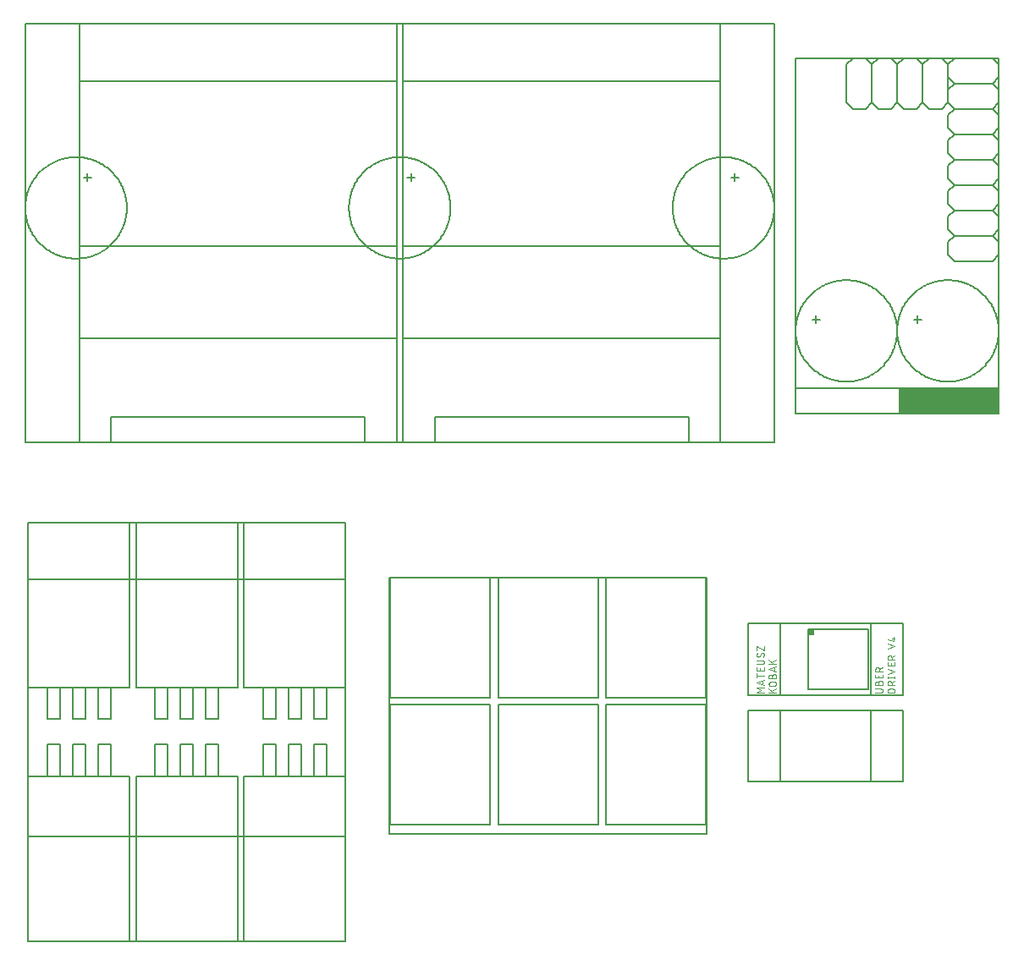
<source format=gbr>
G04 EAGLE Gerber RS-274X export*
G75*
%MOMM*%
%FSLAX34Y34*%
%LPD*%
%INSilkscreen Top*%
%IPPOS*%
%AMOC8*
5,1,8,0,0,1.08239X$1,22.5*%
G01*
%ADD10C,0.152400*%
%ADD11C,0.127000*%
%ADD12C,0.203200*%
%ADD13R,9.982200X2.552700*%
%ADD14R,0.500000X0.500000*%
%ADD15C,0.076200*%


D10*
X387731Y705612D02*
X705231Y705612D01*
D11*
X330200Y428625D02*
X12700Y428625D01*
X330200Y428625D02*
X330200Y371475D01*
X330200Y114300D01*
X330200Y9525D01*
X12700Y9525D01*
X12700Y114300D01*
X12700Y371475D01*
X12700Y428625D01*
D12*
X374396Y116586D02*
X691896Y116586D01*
X691896Y373761D01*
X374396Y373761D01*
X374396Y116586D01*
X705231Y613537D02*
X705231Y705612D01*
X705231Y870712D01*
X705231Y927862D01*
X610489Y927862D01*
X387731Y927862D01*
X387731Y870712D01*
X387731Y705612D01*
X387731Y613537D01*
X705231Y613537D01*
X387731Y613537D02*
X387731Y508762D01*
X705231Y508762D01*
X705231Y613537D01*
X705231Y870712D02*
X387731Y870712D01*
D10*
X381381Y705612D02*
X63881Y705612D01*
D12*
X381381Y705612D02*
X381381Y613537D01*
X381381Y705612D02*
X381381Y870712D01*
X381381Y927862D01*
X63881Y927862D01*
X63881Y870712D01*
X63881Y705612D01*
X63881Y613537D01*
X381381Y613537D01*
X63881Y613537D02*
X63881Y508762D01*
X379476Y508762D01*
X381381Y508762D01*
X381381Y613537D01*
X381381Y870712D02*
X63881Y870712D01*
D11*
X12700Y114300D02*
X330200Y114300D01*
X330200Y371475D02*
X12700Y371475D01*
X379476Y508762D02*
X759333Y508762D01*
X759333Y927862D01*
X610489Y927862D01*
X9652Y927862D01*
X9652Y508762D01*
X379476Y508762D01*
X983742Y537972D02*
X983742Y893699D01*
X780542Y893699D01*
X780542Y537972D01*
X983742Y537972D01*
D13*
X933831Y550736D03*
D10*
X804672Y631952D02*
X797052Y631952D01*
X800862Y628142D02*
X800862Y635762D01*
X780542Y620522D02*
X780557Y621769D01*
X780603Y623015D01*
X780680Y624259D01*
X780787Y625501D01*
X780924Y626740D01*
X781092Y627976D01*
X781290Y629207D01*
X781518Y630433D01*
X781776Y631652D01*
X782064Y632865D01*
X782382Y634071D01*
X782729Y635268D01*
X783106Y636457D01*
X783512Y637636D01*
X783946Y638805D01*
X784409Y639962D01*
X784900Y641108D01*
X785419Y642242D01*
X785966Y643362D01*
X786540Y644469D01*
X787142Y645561D01*
X787769Y646638D01*
X788423Y647700D01*
X789103Y648745D01*
X789809Y649773D01*
X790539Y650784D01*
X791294Y651776D01*
X792073Y652749D01*
X792876Y653703D01*
X793702Y654637D01*
X794550Y655551D01*
X795421Y656443D01*
X796313Y657314D01*
X797227Y658162D01*
X798161Y658988D01*
X799115Y659791D01*
X800088Y660570D01*
X801080Y661325D01*
X802091Y662055D01*
X803119Y662761D01*
X804164Y663441D01*
X805226Y664095D01*
X806303Y664722D01*
X807395Y665324D01*
X808502Y665898D01*
X809622Y666445D01*
X810756Y666964D01*
X811902Y667455D01*
X813059Y667918D01*
X814228Y668352D01*
X815407Y668758D01*
X816596Y669135D01*
X817793Y669482D01*
X818999Y669800D01*
X820212Y670088D01*
X821431Y670346D01*
X822657Y670574D01*
X823888Y670772D01*
X825124Y670940D01*
X826363Y671077D01*
X827605Y671184D01*
X828849Y671261D01*
X830095Y671307D01*
X831342Y671322D01*
X832589Y671307D01*
X833835Y671261D01*
X835079Y671184D01*
X836321Y671077D01*
X837560Y670940D01*
X838796Y670772D01*
X840027Y670574D01*
X841253Y670346D01*
X842472Y670088D01*
X843685Y669800D01*
X844891Y669482D01*
X846088Y669135D01*
X847277Y668758D01*
X848456Y668352D01*
X849625Y667918D01*
X850782Y667455D01*
X851928Y666964D01*
X853062Y666445D01*
X854182Y665898D01*
X855289Y665324D01*
X856381Y664722D01*
X857458Y664095D01*
X858520Y663441D01*
X859565Y662761D01*
X860593Y662055D01*
X861604Y661325D01*
X862596Y660570D01*
X863569Y659791D01*
X864523Y658988D01*
X865457Y658162D01*
X866371Y657314D01*
X867263Y656443D01*
X868134Y655551D01*
X868982Y654637D01*
X869808Y653703D01*
X870611Y652749D01*
X871390Y651776D01*
X872145Y650784D01*
X872875Y649773D01*
X873581Y648745D01*
X874261Y647700D01*
X874915Y646638D01*
X875542Y645561D01*
X876144Y644469D01*
X876718Y643362D01*
X877265Y642242D01*
X877784Y641108D01*
X878275Y639962D01*
X878738Y638805D01*
X879172Y637636D01*
X879578Y636457D01*
X879955Y635268D01*
X880302Y634071D01*
X880620Y632865D01*
X880908Y631652D01*
X881166Y630433D01*
X881394Y629207D01*
X881592Y627976D01*
X881760Y626740D01*
X881897Y625501D01*
X882004Y624259D01*
X882081Y623015D01*
X882127Y621769D01*
X882142Y620522D01*
X882127Y619275D01*
X882081Y618029D01*
X882004Y616785D01*
X881897Y615543D01*
X881760Y614304D01*
X881592Y613068D01*
X881394Y611837D01*
X881166Y610611D01*
X880908Y609392D01*
X880620Y608179D01*
X880302Y606973D01*
X879955Y605776D01*
X879578Y604587D01*
X879172Y603408D01*
X878738Y602239D01*
X878275Y601082D01*
X877784Y599936D01*
X877265Y598802D01*
X876718Y597682D01*
X876144Y596575D01*
X875542Y595483D01*
X874915Y594406D01*
X874261Y593344D01*
X873581Y592299D01*
X872875Y591271D01*
X872145Y590260D01*
X871390Y589268D01*
X870611Y588295D01*
X869808Y587341D01*
X868982Y586407D01*
X868134Y585493D01*
X867263Y584601D01*
X866371Y583730D01*
X865457Y582882D01*
X864523Y582056D01*
X863569Y581253D01*
X862596Y580474D01*
X861604Y579719D01*
X860593Y578989D01*
X859565Y578283D01*
X858520Y577603D01*
X857458Y576949D01*
X856381Y576322D01*
X855289Y575720D01*
X854182Y575146D01*
X853062Y574599D01*
X851928Y574080D01*
X850782Y573589D01*
X849625Y573126D01*
X848456Y572692D01*
X847277Y572286D01*
X846088Y571909D01*
X844891Y571562D01*
X843685Y571244D01*
X842472Y570956D01*
X841253Y570698D01*
X840027Y570470D01*
X838796Y570272D01*
X837560Y570104D01*
X836321Y569967D01*
X835079Y569860D01*
X833835Y569783D01*
X832589Y569737D01*
X831342Y569722D01*
X830095Y569737D01*
X828849Y569783D01*
X827605Y569860D01*
X826363Y569967D01*
X825124Y570104D01*
X823888Y570272D01*
X822657Y570470D01*
X821431Y570698D01*
X820212Y570956D01*
X818999Y571244D01*
X817793Y571562D01*
X816596Y571909D01*
X815407Y572286D01*
X814228Y572692D01*
X813059Y573126D01*
X811902Y573589D01*
X810756Y574080D01*
X809622Y574599D01*
X808502Y575146D01*
X807395Y575720D01*
X806303Y576322D01*
X805226Y576949D01*
X804164Y577603D01*
X803119Y578283D01*
X802091Y578989D01*
X801080Y579719D01*
X800088Y580474D01*
X799115Y581253D01*
X798161Y582056D01*
X797227Y582882D01*
X796313Y583730D01*
X795421Y584601D01*
X794550Y585493D01*
X793702Y586407D01*
X792876Y587341D01*
X792073Y588295D01*
X791294Y589268D01*
X790539Y590260D01*
X789809Y591271D01*
X789103Y592299D01*
X788423Y593344D01*
X787769Y594406D01*
X787142Y595483D01*
X786540Y596575D01*
X785966Y597682D01*
X785419Y598802D01*
X784900Y599936D01*
X784409Y601082D01*
X783946Y602239D01*
X783512Y603408D01*
X783106Y604587D01*
X782729Y605776D01*
X782382Y606973D01*
X782064Y608179D01*
X781776Y609392D01*
X781518Y610611D01*
X781290Y611837D01*
X781092Y613068D01*
X780924Y614304D01*
X780787Y615543D01*
X780680Y616785D01*
X780603Y618029D01*
X780557Y619275D01*
X780542Y620522D01*
X898652Y631952D02*
X906272Y631952D01*
X902462Y628142D02*
X902462Y635762D01*
X882142Y620522D02*
X882157Y621769D01*
X882203Y623015D01*
X882280Y624259D01*
X882387Y625501D01*
X882524Y626740D01*
X882692Y627976D01*
X882890Y629207D01*
X883118Y630433D01*
X883376Y631652D01*
X883664Y632865D01*
X883982Y634071D01*
X884329Y635268D01*
X884706Y636457D01*
X885112Y637636D01*
X885546Y638805D01*
X886009Y639962D01*
X886500Y641108D01*
X887019Y642242D01*
X887566Y643362D01*
X888140Y644469D01*
X888742Y645561D01*
X889369Y646638D01*
X890023Y647700D01*
X890703Y648745D01*
X891409Y649773D01*
X892139Y650784D01*
X892894Y651776D01*
X893673Y652749D01*
X894476Y653703D01*
X895302Y654637D01*
X896150Y655551D01*
X897021Y656443D01*
X897913Y657314D01*
X898827Y658162D01*
X899761Y658988D01*
X900715Y659791D01*
X901688Y660570D01*
X902680Y661325D01*
X903691Y662055D01*
X904719Y662761D01*
X905764Y663441D01*
X906826Y664095D01*
X907903Y664722D01*
X908995Y665324D01*
X910102Y665898D01*
X911222Y666445D01*
X912356Y666964D01*
X913502Y667455D01*
X914659Y667918D01*
X915828Y668352D01*
X917007Y668758D01*
X918196Y669135D01*
X919393Y669482D01*
X920599Y669800D01*
X921812Y670088D01*
X923031Y670346D01*
X924257Y670574D01*
X925488Y670772D01*
X926724Y670940D01*
X927963Y671077D01*
X929205Y671184D01*
X930449Y671261D01*
X931695Y671307D01*
X932942Y671322D01*
X934189Y671307D01*
X935435Y671261D01*
X936679Y671184D01*
X937921Y671077D01*
X939160Y670940D01*
X940396Y670772D01*
X941627Y670574D01*
X942853Y670346D01*
X944072Y670088D01*
X945285Y669800D01*
X946491Y669482D01*
X947688Y669135D01*
X948877Y668758D01*
X950056Y668352D01*
X951225Y667918D01*
X952382Y667455D01*
X953528Y666964D01*
X954662Y666445D01*
X955782Y665898D01*
X956889Y665324D01*
X957981Y664722D01*
X959058Y664095D01*
X960120Y663441D01*
X961165Y662761D01*
X962193Y662055D01*
X963204Y661325D01*
X964196Y660570D01*
X965169Y659791D01*
X966123Y658988D01*
X967057Y658162D01*
X967971Y657314D01*
X968863Y656443D01*
X969734Y655551D01*
X970582Y654637D01*
X971408Y653703D01*
X972211Y652749D01*
X972990Y651776D01*
X973745Y650784D01*
X974475Y649773D01*
X975181Y648745D01*
X975861Y647700D01*
X976515Y646638D01*
X977142Y645561D01*
X977744Y644469D01*
X978318Y643362D01*
X978865Y642242D01*
X979384Y641108D01*
X979875Y639962D01*
X980338Y638805D01*
X980772Y637636D01*
X981178Y636457D01*
X981555Y635268D01*
X981902Y634071D01*
X982220Y632865D01*
X982508Y631652D01*
X982766Y630433D01*
X982994Y629207D01*
X983192Y627976D01*
X983360Y626740D01*
X983497Y625501D01*
X983604Y624259D01*
X983681Y623015D01*
X983727Y621769D01*
X983742Y620522D01*
X983727Y619275D01*
X983681Y618029D01*
X983604Y616785D01*
X983497Y615543D01*
X983360Y614304D01*
X983192Y613068D01*
X982994Y611837D01*
X982766Y610611D01*
X982508Y609392D01*
X982220Y608179D01*
X981902Y606973D01*
X981555Y605776D01*
X981178Y604587D01*
X980772Y603408D01*
X980338Y602239D01*
X979875Y601082D01*
X979384Y599936D01*
X978865Y598802D01*
X978318Y597682D01*
X977744Y596575D01*
X977142Y595483D01*
X976515Y594406D01*
X975861Y593344D01*
X975181Y592299D01*
X974475Y591271D01*
X973745Y590260D01*
X972990Y589268D01*
X972211Y588295D01*
X971408Y587341D01*
X970582Y586407D01*
X969734Y585493D01*
X968863Y584601D01*
X967971Y583730D01*
X967057Y582882D01*
X966123Y582056D01*
X965169Y581253D01*
X964196Y580474D01*
X963204Y579719D01*
X962193Y578989D01*
X961165Y578283D01*
X960120Y577603D01*
X959058Y576949D01*
X957981Y576322D01*
X956889Y575720D01*
X955782Y575146D01*
X954662Y574599D01*
X953528Y574080D01*
X952382Y573589D01*
X951225Y573126D01*
X950056Y572692D01*
X948877Y572286D01*
X947688Y571909D01*
X946491Y571562D01*
X945285Y571244D01*
X944072Y570956D01*
X942853Y570698D01*
X941627Y570470D01*
X940396Y570272D01*
X939160Y570104D01*
X937921Y569967D01*
X936679Y569860D01*
X935435Y569783D01*
X934189Y569737D01*
X932942Y569722D01*
X931695Y569737D01*
X930449Y569783D01*
X929205Y569860D01*
X927963Y569967D01*
X926724Y570104D01*
X925488Y570272D01*
X924257Y570470D01*
X923031Y570698D01*
X921812Y570956D01*
X920599Y571244D01*
X919393Y571562D01*
X918196Y571909D01*
X917007Y572286D01*
X915828Y572692D01*
X914659Y573126D01*
X913502Y573589D01*
X912356Y574080D01*
X911222Y574599D01*
X910102Y575146D01*
X908995Y575720D01*
X907903Y576322D01*
X906826Y576949D01*
X905764Y577603D01*
X904719Y578283D01*
X903691Y578989D01*
X902680Y579719D01*
X901688Y580474D01*
X900715Y581253D01*
X899761Y582056D01*
X898827Y582882D01*
X897913Y583730D01*
X897021Y584601D01*
X896150Y585493D01*
X895302Y586407D01*
X894476Y587341D01*
X893673Y588295D01*
X892894Y589268D01*
X892139Y590260D01*
X891409Y591271D01*
X890703Y592299D01*
X890023Y593344D01*
X889369Y594406D01*
X888742Y595483D01*
X888140Y596575D01*
X887566Y597682D01*
X887019Y598802D01*
X886500Y599936D01*
X886009Y601082D01*
X885546Y602239D01*
X885112Y603408D01*
X884706Y604587D01*
X884329Y605776D01*
X883982Y606973D01*
X883664Y608179D01*
X883376Y609392D01*
X883118Y610611D01*
X882890Y611837D01*
X882692Y613068D01*
X882524Y614304D01*
X882387Y615543D01*
X882280Y616785D01*
X882203Y618029D01*
X882157Y619275D01*
X882142Y620522D01*
X798214Y321529D02*
X793214Y321529D01*
X798214Y321529D02*
X853214Y321529D01*
X793214Y316529D02*
X793214Y261529D01*
X793214Y316529D02*
X793214Y321529D01*
X793214Y261529D02*
X853214Y261529D01*
X853214Y321529D01*
X798214Y316529D02*
X793214Y316529D01*
X798214Y316529D02*
X798214Y321529D01*
D14*
X795714Y319029D03*
D10*
X475196Y373111D02*
X375196Y373111D01*
X475196Y373111D02*
X475196Y253111D01*
X375196Y253111D01*
X375196Y373111D01*
D11*
X888175Y304737D02*
X888175Y299911D01*
X732727Y327597D02*
X732727Y255969D01*
X888175Y304737D02*
X888175Y327597D01*
X888175Y299911D02*
X888175Y255969D01*
X855663Y255969D01*
X765239Y255969D01*
X732727Y255969D01*
X781431Y327597D02*
X888175Y327597D01*
X781431Y327597D02*
X765239Y327597D01*
X732727Y327597D01*
X855663Y327597D02*
X855663Y255969D01*
X765239Y255969D02*
X765239Y327597D01*
D15*
X860362Y258128D02*
X865681Y258128D01*
X865770Y258130D01*
X865859Y258136D01*
X865948Y258146D01*
X866036Y258159D01*
X866124Y258176D01*
X866211Y258198D01*
X866296Y258223D01*
X866381Y258251D01*
X866464Y258284D01*
X866546Y258320D01*
X866626Y258359D01*
X866704Y258402D01*
X866780Y258448D01*
X866855Y258498D01*
X866927Y258551D01*
X866996Y258607D01*
X867063Y258666D01*
X867128Y258727D01*
X867189Y258792D01*
X867248Y258859D01*
X867304Y258928D01*
X867357Y259000D01*
X867407Y259075D01*
X867453Y259151D01*
X867496Y259229D01*
X867535Y259309D01*
X867571Y259391D01*
X867604Y259474D01*
X867632Y259559D01*
X867657Y259644D01*
X867679Y259731D01*
X867696Y259819D01*
X867709Y259907D01*
X867719Y259996D01*
X867725Y260085D01*
X867727Y260174D01*
X867725Y260263D01*
X867719Y260352D01*
X867709Y260441D01*
X867696Y260529D01*
X867679Y260617D01*
X867657Y260704D01*
X867632Y260789D01*
X867604Y260874D01*
X867571Y260957D01*
X867535Y261039D01*
X867496Y261119D01*
X867453Y261197D01*
X867407Y261273D01*
X867357Y261348D01*
X867304Y261420D01*
X867248Y261489D01*
X867189Y261556D01*
X867128Y261621D01*
X867063Y261682D01*
X866996Y261741D01*
X866927Y261797D01*
X866855Y261850D01*
X866780Y261900D01*
X866704Y261946D01*
X866626Y261989D01*
X866546Y262028D01*
X866464Y262064D01*
X866381Y262097D01*
X866296Y262125D01*
X866211Y262150D01*
X866124Y262172D01*
X866036Y262189D01*
X865948Y262202D01*
X865859Y262212D01*
X865770Y262218D01*
X865681Y262220D01*
X860362Y262220D01*
X863635Y266048D02*
X863635Y268094D01*
X863637Y268183D01*
X863643Y268272D01*
X863653Y268361D01*
X863666Y268449D01*
X863683Y268537D01*
X863705Y268624D01*
X863730Y268709D01*
X863758Y268794D01*
X863791Y268877D01*
X863827Y268959D01*
X863866Y269039D01*
X863909Y269117D01*
X863955Y269193D01*
X864005Y269268D01*
X864058Y269340D01*
X864114Y269409D01*
X864173Y269476D01*
X864234Y269541D01*
X864299Y269602D01*
X864366Y269661D01*
X864435Y269717D01*
X864507Y269770D01*
X864582Y269820D01*
X864658Y269866D01*
X864736Y269909D01*
X864816Y269948D01*
X864898Y269984D01*
X864981Y270017D01*
X865066Y270045D01*
X865151Y270070D01*
X865238Y270092D01*
X865326Y270109D01*
X865414Y270122D01*
X865503Y270132D01*
X865592Y270138D01*
X865681Y270140D01*
X865770Y270138D01*
X865859Y270132D01*
X865948Y270122D01*
X866036Y270109D01*
X866124Y270092D01*
X866211Y270070D01*
X866296Y270045D01*
X866381Y270017D01*
X866464Y269984D01*
X866546Y269948D01*
X866626Y269909D01*
X866704Y269866D01*
X866780Y269820D01*
X866855Y269770D01*
X866927Y269717D01*
X866996Y269661D01*
X867063Y269602D01*
X867128Y269541D01*
X867189Y269476D01*
X867248Y269409D01*
X867304Y269340D01*
X867357Y269268D01*
X867407Y269193D01*
X867453Y269117D01*
X867496Y269039D01*
X867535Y268959D01*
X867571Y268877D01*
X867604Y268794D01*
X867632Y268709D01*
X867657Y268624D01*
X867679Y268537D01*
X867696Y268449D01*
X867709Y268361D01*
X867719Y268272D01*
X867725Y268183D01*
X867727Y268094D01*
X867728Y268094D02*
X867728Y266048D01*
X860362Y266048D01*
X860362Y268094D01*
X860361Y268094D02*
X860363Y268173D01*
X860369Y268252D01*
X860378Y268331D01*
X860391Y268409D01*
X860409Y268486D01*
X860429Y268562D01*
X860454Y268637D01*
X860482Y268711D01*
X860513Y268784D01*
X860549Y268855D01*
X860587Y268924D01*
X860629Y268991D01*
X860674Y269056D01*
X860722Y269119D01*
X860773Y269180D01*
X860827Y269237D01*
X860883Y269293D01*
X860942Y269345D01*
X861004Y269395D01*
X861068Y269441D01*
X861134Y269485D01*
X861202Y269525D01*
X861272Y269561D01*
X861344Y269595D01*
X861418Y269625D01*
X861492Y269651D01*
X861568Y269674D01*
X861645Y269692D01*
X861722Y269708D01*
X861801Y269719D01*
X861879Y269727D01*
X861958Y269731D01*
X862038Y269731D01*
X862117Y269727D01*
X862195Y269719D01*
X862274Y269708D01*
X862351Y269692D01*
X862428Y269674D01*
X862504Y269651D01*
X862578Y269625D01*
X862652Y269595D01*
X862724Y269561D01*
X862794Y269525D01*
X862862Y269485D01*
X862928Y269441D01*
X862992Y269395D01*
X863054Y269345D01*
X863113Y269293D01*
X863169Y269237D01*
X863223Y269180D01*
X863274Y269119D01*
X863322Y269056D01*
X863367Y268991D01*
X863409Y268924D01*
X863447Y268855D01*
X863483Y268784D01*
X863514Y268711D01*
X863542Y268637D01*
X863567Y268562D01*
X863587Y268486D01*
X863605Y268409D01*
X863618Y268331D01*
X863627Y268252D01*
X863633Y268173D01*
X863635Y268094D01*
X867728Y273261D02*
X867728Y276535D01*
X867728Y273261D02*
X860362Y273261D01*
X860362Y276535D01*
X863635Y275717D02*
X863635Y273261D01*
X860362Y279637D02*
X867728Y279637D01*
X860362Y279637D02*
X860362Y281683D01*
X860364Y281772D01*
X860370Y281861D01*
X860380Y281950D01*
X860393Y282038D01*
X860410Y282126D01*
X860432Y282213D01*
X860457Y282298D01*
X860485Y282383D01*
X860518Y282466D01*
X860554Y282548D01*
X860593Y282628D01*
X860636Y282706D01*
X860682Y282782D01*
X860732Y282857D01*
X860785Y282929D01*
X860841Y282998D01*
X860900Y283065D01*
X860961Y283130D01*
X861026Y283191D01*
X861093Y283250D01*
X861162Y283306D01*
X861234Y283359D01*
X861309Y283409D01*
X861385Y283455D01*
X861463Y283498D01*
X861543Y283537D01*
X861625Y283573D01*
X861708Y283606D01*
X861793Y283634D01*
X861878Y283659D01*
X861965Y283681D01*
X862053Y283698D01*
X862141Y283711D01*
X862230Y283721D01*
X862319Y283727D01*
X862408Y283729D01*
X862497Y283727D01*
X862586Y283721D01*
X862675Y283711D01*
X862763Y283698D01*
X862851Y283681D01*
X862938Y283659D01*
X863023Y283634D01*
X863108Y283606D01*
X863191Y283573D01*
X863273Y283537D01*
X863353Y283498D01*
X863431Y283455D01*
X863507Y283409D01*
X863582Y283359D01*
X863654Y283306D01*
X863723Y283250D01*
X863790Y283191D01*
X863855Y283130D01*
X863916Y283065D01*
X863975Y282998D01*
X864031Y282929D01*
X864084Y282857D01*
X864134Y282782D01*
X864180Y282706D01*
X864223Y282628D01*
X864262Y282548D01*
X864298Y282466D01*
X864331Y282383D01*
X864359Y282298D01*
X864384Y282213D01*
X864406Y282126D01*
X864423Y282038D01*
X864436Y281950D01*
X864446Y281861D01*
X864452Y281772D01*
X864454Y281683D01*
X864454Y279637D01*
X864454Y282092D02*
X867728Y283729D01*
X872554Y258128D02*
X879920Y258128D01*
X872554Y258128D02*
X872554Y260174D01*
X872556Y260263D01*
X872562Y260352D01*
X872572Y260441D01*
X872585Y260529D01*
X872602Y260617D01*
X872624Y260704D01*
X872649Y260789D01*
X872677Y260874D01*
X872710Y260957D01*
X872746Y261039D01*
X872785Y261119D01*
X872828Y261197D01*
X872874Y261273D01*
X872924Y261348D01*
X872977Y261420D01*
X873033Y261489D01*
X873092Y261556D01*
X873153Y261621D01*
X873218Y261682D01*
X873285Y261741D01*
X873354Y261797D01*
X873426Y261850D01*
X873501Y261900D01*
X873577Y261946D01*
X873655Y261989D01*
X873735Y262028D01*
X873817Y262064D01*
X873900Y262097D01*
X873985Y262125D01*
X874070Y262150D01*
X874157Y262172D01*
X874245Y262189D01*
X874333Y262202D01*
X874422Y262212D01*
X874511Y262218D01*
X874600Y262220D01*
X877873Y262220D01*
X877962Y262218D01*
X878051Y262212D01*
X878140Y262202D01*
X878228Y262189D01*
X878316Y262172D01*
X878403Y262150D01*
X878488Y262125D01*
X878573Y262097D01*
X878656Y262064D01*
X878738Y262028D01*
X878818Y261989D01*
X878896Y261946D01*
X878972Y261900D01*
X879047Y261850D01*
X879119Y261797D01*
X879188Y261741D01*
X879255Y261682D01*
X879320Y261621D01*
X879381Y261556D01*
X879440Y261489D01*
X879496Y261420D01*
X879549Y261348D01*
X879599Y261273D01*
X879645Y261197D01*
X879688Y261119D01*
X879727Y261039D01*
X879763Y260957D01*
X879796Y260874D01*
X879824Y260789D01*
X879849Y260704D01*
X879871Y260617D01*
X879888Y260529D01*
X879901Y260441D01*
X879911Y260352D01*
X879917Y260263D01*
X879919Y260174D01*
X879920Y260174D02*
X879920Y258128D01*
X879920Y265982D02*
X872554Y265982D01*
X872554Y268028D01*
X872556Y268117D01*
X872562Y268206D01*
X872572Y268295D01*
X872585Y268383D01*
X872602Y268471D01*
X872624Y268558D01*
X872649Y268643D01*
X872677Y268728D01*
X872710Y268811D01*
X872746Y268893D01*
X872785Y268973D01*
X872828Y269051D01*
X872874Y269127D01*
X872924Y269202D01*
X872977Y269274D01*
X873033Y269343D01*
X873092Y269410D01*
X873153Y269475D01*
X873218Y269536D01*
X873285Y269595D01*
X873354Y269651D01*
X873426Y269704D01*
X873501Y269754D01*
X873577Y269800D01*
X873655Y269843D01*
X873735Y269882D01*
X873817Y269918D01*
X873900Y269951D01*
X873985Y269979D01*
X874070Y270004D01*
X874157Y270026D01*
X874245Y270043D01*
X874333Y270056D01*
X874422Y270066D01*
X874511Y270072D01*
X874600Y270074D01*
X874689Y270072D01*
X874778Y270066D01*
X874867Y270056D01*
X874955Y270043D01*
X875043Y270026D01*
X875130Y270004D01*
X875215Y269979D01*
X875300Y269951D01*
X875383Y269918D01*
X875465Y269882D01*
X875545Y269843D01*
X875623Y269800D01*
X875699Y269754D01*
X875774Y269704D01*
X875846Y269651D01*
X875915Y269595D01*
X875982Y269536D01*
X876047Y269475D01*
X876108Y269410D01*
X876167Y269343D01*
X876223Y269274D01*
X876276Y269202D01*
X876326Y269127D01*
X876372Y269051D01*
X876415Y268973D01*
X876454Y268893D01*
X876490Y268811D01*
X876523Y268728D01*
X876551Y268643D01*
X876576Y268558D01*
X876598Y268471D01*
X876615Y268383D01*
X876628Y268295D01*
X876638Y268206D01*
X876644Y268117D01*
X876646Y268028D01*
X876646Y265982D01*
X876646Y268437D02*
X879920Y270074D01*
X879920Y273829D02*
X872554Y273829D01*
X879920Y273010D02*
X879920Y274647D01*
X872554Y274647D02*
X872554Y273010D01*
X872554Y277225D02*
X879920Y279681D01*
X872554Y282136D01*
X879920Y285209D02*
X879920Y288483D01*
X879920Y285209D02*
X872554Y285209D01*
X872554Y288483D01*
X875827Y287665D02*
X875827Y285209D01*
X872554Y291585D02*
X879920Y291585D01*
X872554Y291585D02*
X872554Y293631D01*
X872556Y293720D01*
X872562Y293809D01*
X872572Y293898D01*
X872585Y293986D01*
X872602Y294074D01*
X872624Y294161D01*
X872649Y294246D01*
X872677Y294331D01*
X872710Y294414D01*
X872746Y294496D01*
X872785Y294576D01*
X872828Y294654D01*
X872874Y294730D01*
X872924Y294805D01*
X872977Y294877D01*
X873033Y294946D01*
X873092Y295013D01*
X873153Y295078D01*
X873218Y295139D01*
X873285Y295198D01*
X873354Y295254D01*
X873426Y295307D01*
X873501Y295357D01*
X873577Y295403D01*
X873655Y295446D01*
X873735Y295485D01*
X873817Y295521D01*
X873900Y295554D01*
X873985Y295582D01*
X874070Y295607D01*
X874157Y295629D01*
X874245Y295646D01*
X874333Y295659D01*
X874422Y295669D01*
X874511Y295675D01*
X874600Y295677D01*
X874689Y295675D01*
X874778Y295669D01*
X874867Y295659D01*
X874955Y295646D01*
X875043Y295629D01*
X875130Y295607D01*
X875215Y295582D01*
X875300Y295554D01*
X875383Y295521D01*
X875465Y295485D01*
X875545Y295446D01*
X875623Y295403D01*
X875699Y295357D01*
X875774Y295307D01*
X875846Y295254D01*
X875915Y295198D01*
X875982Y295139D01*
X876047Y295078D01*
X876108Y295013D01*
X876167Y294946D01*
X876223Y294877D01*
X876276Y294805D01*
X876326Y294730D01*
X876372Y294654D01*
X876415Y294576D01*
X876454Y294496D01*
X876490Y294414D01*
X876523Y294331D01*
X876551Y294246D01*
X876576Y294161D01*
X876598Y294074D01*
X876615Y293986D01*
X876628Y293898D01*
X876638Y293809D01*
X876644Y293720D01*
X876646Y293631D01*
X876646Y291585D01*
X876646Y294040D02*
X879920Y295677D01*
X879920Y304796D02*
X872554Y302341D01*
X872554Y307252D02*
X879920Y304796D01*
X878283Y310065D02*
X872554Y311702D01*
X878283Y310065D02*
X878283Y314158D01*
X876646Y312930D02*
X879920Y312930D01*
X748983Y258128D02*
X741617Y258128D01*
X745709Y260583D01*
X741617Y263038D01*
X748983Y263038D01*
X748983Y266174D02*
X741617Y268630D01*
X748983Y271085D01*
X747141Y270471D02*
X747141Y266788D01*
X748983Y275457D02*
X741617Y275457D01*
X741617Y273411D02*
X741617Y277503D01*
X748983Y280498D02*
X748983Y283772D01*
X748983Y280498D02*
X741617Y280498D01*
X741617Y283772D01*
X744890Y282953D02*
X744890Y280498D01*
X746936Y286822D02*
X741617Y286822D01*
X746936Y286822D02*
X747025Y286824D01*
X747114Y286830D01*
X747203Y286840D01*
X747291Y286853D01*
X747379Y286870D01*
X747466Y286892D01*
X747551Y286917D01*
X747636Y286945D01*
X747719Y286978D01*
X747801Y287014D01*
X747881Y287053D01*
X747959Y287096D01*
X748035Y287142D01*
X748110Y287192D01*
X748182Y287245D01*
X748251Y287301D01*
X748318Y287360D01*
X748383Y287421D01*
X748444Y287486D01*
X748503Y287553D01*
X748559Y287622D01*
X748612Y287694D01*
X748662Y287769D01*
X748708Y287845D01*
X748751Y287923D01*
X748790Y288003D01*
X748826Y288085D01*
X748859Y288168D01*
X748887Y288253D01*
X748912Y288338D01*
X748934Y288425D01*
X748951Y288513D01*
X748964Y288601D01*
X748974Y288690D01*
X748980Y288779D01*
X748982Y288868D01*
X748980Y288957D01*
X748974Y289046D01*
X748964Y289135D01*
X748951Y289223D01*
X748934Y289311D01*
X748912Y289398D01*
X748887Y289483D01*
X748859Y289568D01*
X748826Y289651D01*
X748790Y289733D01*
X748751Y289813D01*
X748708Y289891D01*
X748662Y289967D01*
X748612Y290042D01*
X748559Y290114D01*
X748503Y290183D01*
X748444Y290250D01*
X748383Y290315D01*
X748318Y290376D01*
X748251Y290435D01*
X748182Y290491D01*
X748110Y290544D01*
X748035Y290594D01*
X747959Y290640D01*
X747881Y290683D01*
X747801Y290722D01*
X747719Y290758D01*
X747636Y290791D01*
X747551Y290819D01*
X747466Y290844D01*
X747379Y290866D01*
X747291Y290883D01*
X747203Y290896D01*
X747114Y290906D01*
X747025Y290912D01*
X746936Y290914D01*
X741617Y290914D01*
X747346Y298230D02*
X747424Y298228D01*
X747502Y298223D01*
X747579Y298213D01*
X747656Y298200D01*
X747732Y298184D01*
X747807Y298164D01*
X747881Y298140D01*
X747954Y298113D01*
X748026Y298082D01*
X748096Y298048D01*
X748165Y298011D01*
X748231Y297970D01*
X748296Y297926D01*
X748358Y297880D01*
X748418Y297830D01*
X748476Y297778D01*
X748531Y297723D01*
X748583Y297665D01*
X748633Y297605D01*
X748679Y297543D01*
X748723Y297478D01*
X748764Y297412D01*
X748801Y297343D01*
X748835Y297273D01*
X748866Y297201D01*
X748893Y297128D01*
X748917Y297054D01*
X748937Y296979D01*
X748953Y296903D01*
X748966Y296826D01*
X748976Y296749D01*
X748981Y296671D01*
X748983Y296593D01*
X748981Y296479D01*
X748976Y296366D01*
X748966Y296252D01*
X748953Y296139D01*
X748936Y296027D01*
X748916Y295915D01*
X748892Y295804D01*
X748864Y295693D01*
X748833Y295584D01*
X748798Y295476D01*
X748759Y295369D01*
X748717Y295263D01*
X748672Y295159D01*
X748623Y295056D01*
X748570Y294955D01*
X748515Y294856D01*
X748456Y294758D01*
X748394Y294663D01*
X748329Y294570D01*
X748261Y294478D01*
X748190Y294390D01*
X748116Y294303D01*
X748039Y294219D01*
X747960Y294138D01*
X743253Y294342D02*
X743175Y294344D01*
X743097Y294349D01*
X743020Y294359D01*
X742943Y294372D01*
X742867Y294388D01*
X742792Y294408D01*
X742718Y294432D01*
X742645Y294459D01*
X742573Y294490D01*
X742503Y294524D01*
X742435Y294561D01*
X742368Y294602D01*
X742303Y294646D01*
X742241Y294692D01*
X742181Y294742D01*
X742123Y294794D01*
X742068Y294849D01*
X742016Y294907D01*
X741966Y294967D01*
X741920Y295029D01*
X741876Y295094D01*
X741835Y295161D01*
X741798Y295229D01*
X741764Y295299D01*
X741733Y295371D01*
X741706Y295444D01*
X741682Y295518D01*
X741662Y295593D01*
X741646Y295669D01*
X741633Y295746D01*
X741623Y295823D01*
X741618Y295901D01*
X741616Y295979D01*
X741617Y295979D02*
X741619Y296089D01*
X741625Y296198D01*
X741635Y296308D01*
X741648Y296416D01*
X741666Y296525D01*
X741687Y296632D01*
X741713Y296739D01*
X741742Y296845D01*
X741774Y296950D01*
X741811Y297053D01*
X741851Y297155D01*
X741895Y297256D01*
X741943Y297355D01*
X741993Y297452D01*
X742048Y297547D01*
X742106Y297640D01*
X742167Y297731D01*
X742231Y297820D01*
X744685Y295160D02*
X744643Y295094D01*
X744599Y295029D01*
X744551Y294967D01*
X744501Y294907D01*
X744448Y294849D01*
X744392Y294794D01*
X744334Y294741D01*
X744273Y294692D01*
X744210Y294645D01*
X744145Y294601D01*
X744078Y294561D01*
X744009Y294524D01*
X743938Y294490D01*
X743866Y294459D01*
X743792Y294432D01*
X743717Y294408D01*
X743642Y294388D01*
X743565Y294372D01*
X743488Y294359D01*
X743410Y294349D01*
X743331Y294344D01*
X743253Y294342D01*
X745913Y297411D02*
X745955Y297478D01*
X745999Y297543D01*
X746047Y297605D01*
X746097Y297665D01*
X746150Y297723D01*
X746206Y297778D01*
X746265Y297830D01*
X746325Y297880D01*
X746389Y297927D01*
X746454Y297970D01*
X746521Y298011D01*
X746590Y298048D01*
X746661Y298082D01*
X746733Y298113D01*
X746807Y298140D01*
X746881Y298164D01*
X746957Y298184D01*
X747034Y298200D01*
X747111Y298213D01*
X747189Y298223D01*
X747268Y298228D01*
X747346Y298230D01*
X745913Y297411D02*
X744686Y295160D01*
X741617Y300965D02*
X741617Y305057D01*
X748983Y300965D01*
X748983Y305057D01*
X753809Y258128D02*
X761175Y258128D01*
X758310Y258128D02*
X753809Y262220D01*
X756673Y259764D02*
X761175Y262220D01*
X759128Y265081D02*
X755855Y265081D01*
X755766Y265083D01*
X755677Y265089D01*
X755588Y265099D01*
X755500Y265112D01*
X755412Y265129D01*
X755325Y265151D01*
X755240Y265176D01*
X755155Y265204D01*
X755072Y265237D01*
X754990Y265273D01*
X754910Y265312D01*
X754832Y265355D01*
X754756Y265401D01*
X754681Y265451D01*
X754609Y265504D01*
X754540Y265560D01*
X754473Y265619D01*
X754408Y265680D01*
X754347Y265745D01*
X754288Y265812D01*
X754232Y265881D01*
X754179Y265953D01*
X754129Y266028D01*
X754083Y266104D01*
X754040Y266182D01*
X754001Y266262D01*
X753965Y266344D01*
X753932Y266427D01*
X753904Y266512D01*
X753879Y266597D01*
X753857Y266684D01*
X753840Y266772D01*
X753827Y266860D01*
X753817Y266949D01*
X753811Y267038D01*
X753809Y267127D01*
X753811Y267216D01*
X753817Y267305D01*
X753827Y267394D01*
X753840Y267482D01*
X753857Y267570D01*
X753879Y267657D01*
X753904Y267742D01*
X753932Y267827D01*
X753965Y267910D01*
X754001Y267992D01*
X754040Y268072D01*
X754083Y268150D01*
X754129Y268226D01*
X754179Y268301D01*
X754232Y268373D01*
X754288Y268442D01*
X754347Y268509D01*
X754408Y268574D01*
X754473Y268635D01*
X754540Y268694D01*
X754609Y268750D01*
X754681Y268803D01*
X754756Y268853D01*
X754832Y268899D01*
X754910Y268942D01*
X754990Y268981D01*
X755072Y269017D01*
X755155Y269050D01*
X755240Y269078D01*
X755325Y269103D01*
X755412Y269125D01*
X755500Y269142D01*
X755588Y269155D01*
X755677Y269165D01*
X755766Y269171D01*
X755855Y269173D01*
X759128Y269173D01*
X759217Y269171D01*
X759306Y269165D01*
X759395Y269155D01*
X759483Y269142D01*
X759571Y269125D01*
X759658Y269103D01*
X759743Y269078D01*
X759828Y269050D01*
X759911Y269017D01*
X759993Y268981D01*
X760073Y268942D01*
X760151Y268899D01*
X760227Y268853D01*
X760302Y268803D01*
X760374Y268750D01*
X760443Y268694D01*
X760510Y268635D01*
X760575Y268574D01*
X760636Y268509D01*
X760695Y268442D01*
X760751Y268373D01*
X760804Y268301D01*
X760854Y268226D01*
X760900Y268150D01*
X760943Y268072D01*
X760982Y267992D01*
X761018Y267910D01*
X761051Y267827D01*
X761079Y267742D01*
X761104Y267657D01*
X761126Y267570D01*
X761143Y267482D01*
X761156Y267394D01*
X761166Y267305D01*
X761172Y267216D01*
X761174Y267127D01*
X761172Y267038D01*
X761166Y266949D01*
X761156Y266860D01*
X761143Y266772D01*
X761126Y266684D01*
X761104Y266597D01*
X761079Y266512D01*
X761051Y266427D01*
X761018Y266344D01*
X760982Y266262D01*
X760943Y266182D01*
X760900Y266104D01*
X760854Y266028D01*
X760804Y265953D01*
X760751Y265881D01*
X760695Y265812D01*
X760636Y265745D01*
X760575Y265680D01*
X760510Y265619D01*
X760443Y265560D01*
X760374Y265504D01*
X760302Y265451D01*
X760227Y265401D01*
X760151Y265355D01*
X760073Y265312D01*
X759993Y265273D01*
X759911Y265237D01*
X759828Y265204D01*
X759743Y265176D01*
X759658Y265151D01*
X759571Y265129D01*
X759483Y265112D01*
X759395Y265099D01*
X759306Y265089D01*
X759217Y265083D01*
X759128Y265081D01*
X757082Y272758D02*
X757082Y274804D01*
X757084Y274893D01*
X757090Y274982D01*
X757100Y275071D01*
X757113Y275159D01*
X757130Y275247D01*
X757152Y275334D01*
X757177Y275419D01*
X757205Y275504D01*
X757238Y275587D01*
X757274Y275669D01*
X757313Y275749D01*
X757356Y275827D01*
X757402Y275903D01*
X757452Y275978D01*
X757505Y276050D01*
X757561Y276119D01*
X757620Y276186D01*
X757681Y276251D01*
X757746Y276312D01*
X757813Y276371D01*
X757882Y276427D01*
X757954Y276480D01*
X758029Y276530D01*
X758105Y276576D01*
X758183Y276619D01*
X758263Y276658D01*
X758345Y276694D01*
X758428Y276727D01*
X758513Y276755D01*
X758598Y276780D01*
X758685Y276802D01*
X758773Y276819D01*
X758861Y276832D01*
X758950Y276842D01*
X759039Y276848D01*
X759128Y276850D01*
X759217Y276848D01*
X759306Y276842D01*
X759395Y276832D01*
X759483Y276819D01*
X759571Y276802D01*
X759658Y276780D01*
X759743Y276755D01*
X759828Y276727D01*
X759911Y276694D01*
X759993Y276658D01*
X760073Y276619D01*
X760151Y276576D01*
X760227Y276530D01*
X760302Y276480D01*
X760374Y276427D01*
X760443Y276371D01*
X760510Y276312D01*
X760575Y276251D01*
X760636Y276186D01*
X760695Y276119D01*
X760751Y276050D01*
X760804Y275978D01*
X760854Y275903D01*
X760900Y275827D01*
X760943Y275749D01*
X760982Y275669D01*
X761018Y275587D01*
X761051Y275504D01*
X761079Y275419D01*
X761104Y275334D01*
X761126Y275247D01*
X761143Y275159D01*
X761156Y275071D01*
X761166Y274982D01*
X761172Y274893D01*
X761174Y274804D01*
X761175Y274804D02*
X761175Y272758D01*
X753809Y272758D01*
X753809Y274804D01*
X753808Y274804D02*
X753810Y274883D01*
X753816Y274962D01*
X753825Y275041D01*
X753838Y275119D01*
X753856Y275196D01*
X753876Y275272D01*
X753901Y275347D01*
X753929Y275421D01*
X753960Y275494D01*
X753996Y275565D01*
X754034Y275634D01*
X754076Y275701D01*
X754121Y275766D01*
X754169Y275829D01*
X754220Y275890D01*
X754274Y275947D01*
X754330Y276003D01*
X754389Y276055D01*
X754451Y276105D01*
X754515Y276151D01*
X754581Y276195D01*
X754649Y276235D01*
X754719Y276271D01*
X754791Y276305D01*
X754865Y276335D01*
X754939Y276361D01*
X755015Y276384D01*
X755092Y276402D01*
X755169Y276418D01*
X755248Y276429D01*
X755326Y276437D01*
X755405Y276441D01*
X755485Y276441D01*
X755564Y276437D01*
X755642Y276429D01*
X755721Y276418D01*
X755798Y276402D01*
X755875Y276384D01*
X755951Y276361D01*
X756025Y276335D01*
X756099Y276305D01*
X756171Y276271D01*
X756241Y276235D01*
X756309Y276195D01*
X756375Y276151D01*
X756439Y276105D01*
X756501Y276055D01*
X756560Y276003D01*
X756616Y275947D01*
X756670Y275890D01*
X756721Y275829D01*
X756769Y275766D01*
X756814Y275701D01*
X756856Y275634D01*
X756894Y275565D01*
X756930Y275494D01*
X756961Y275421D01*
X756989Y275347D01*
X757014Y275272D01*
X757034Y275196D01*
X757052Y275119D01*
X757065Y275041D01*
X757074Y274962D01*
X757080Y274883D01*
X757082Y274804D01*
X761175Y279302D02*
X753809Y281758D01*
X761175Y284213D01*
X759333Y283599D02*
X759333Y279916D01*
X761175Y287388D02*
X753809Y287388D01*
X753809Y291480D02*
X758310Y287388D01*
X756673Y289025D02*
X761175Y291480D01*
D11*
X732727Y240919D02*
X732727Y169291D01*
X888175Y169291D02*
X888175Y240919D01*
X855663Y240919D01*
X765239Y240919D01*
X732727Y240919D01*
X765239Y169291D02*
X888175Y169291D01*
X765239Y169291D02*
X732727Y169291D01*
X855663Y169291D02*
X855663Y240919D01*
X765239Y240919D02*
X765239Y169291D01*
D10*
X837692Y842772D02*
X831342Y849122D01*
X850392Y842772D02*
X856742Y849122D01*
X863092Y842772D01*
X875792Y842772D02*
X882142Y849122D01*
X888492Y842772D01*
X901192Y842772D02*
X907542Y849122D01*
X831342Y849122D02*
X831342Y887222D01*
X837692Y893572D01*
X850392Y893572D01*
X856742Y887222D01*
X863092Y893572D01*
X875792Y893572D01*
X882142Y887222D01*
X888492Y893572D01*
X901192Y893572D01*
X907542Y887222D01*
X856742Y887222D02*
X856742Y849122D01*
X882142Y849122D02*
X882142Y887222D01*
X907542Y887222D02*
X907542Y849122D01*
X901192Y842772D02*
X888492Y842772D01*
X875792Y842772D02*
X863092Y842772D01*
X850392Y842772D02*
X837692Y842772D01*
X907542Y849122D02*
X913892Y842772D01*
X926592Y842772D02*
X932942Y849122D01*
X907542Y887222D02*
X913892Y893572D01*
X926592Y893572D01*
X932942Y887222D01*
X932942Y849122D01*
X926592Y842772D02*
X913892Y842772D01*
X932942Y887222D02*
X939292Y893572D01*
X932942Y874522D02*
X939292Y868172D01*
X932942Y861822D01*
X932942Y849122D02*
X939292Y842772D01*
X932942Y836422D01*
X932942Y823722D02*
X939292Y817372D01*
X939292Y893572D02*
X977392Y893572D01*
X983742Y887222D01*
X983742Y874522D01*
X977392Y868172D01*
X983742Y861822D01*
X983742Y849122D01*
X977392Y842772D01*
X983742Y836422D01*
X983742Y823722D01*
X977392Y817372D01*
X977392Y868172D02*
X939292Y868172D01*
X939292Y842772D02*
X977392Y842772D01*
X977392Y817372D02*
X939292Y817372D01*
X932942Y823722D02*
X932942Y836422D01*
X932942Y849122D02*
X932942Y861822D01*
X932942Y874522D02*
X932942Y887222D01*
X939292Y817372D02*
X932942Y811022D01*
X932942Y798322D02*
X939292Y791972D01*
X977392Y817372D02*
X983742Y811022D01*
X983742Y798322D01*
X977392Y791972D01*
X939292Y791972D01*
X932942Y798322D02*
X932942Y811022D01*
X939292Y791972D02*
X932942Y785622D01*
X932942Y772922D02*
X939292Y766572D01*
X932942Y760222D01*
X932942Y747522D02*
X939292Y741172D01*
X932942Y734822D01*
X932942Y722122D02*
X939292Y715772D01*
X939292Y791972D02*
X977392Y791972D01*
X983742Y785622D01*
X983742Y772922D01*
X977392Y766572D01*
X983742Y760222D01*
X983742Y747522D01*
X977392Y741172D01*
X983742Y734822D01*
X983742Y722122D01*
X977392Y715772D01*
X977392Y766572D02*
X939292Y766572D01*
X939292Y741172D02*
X977392Y741172D01*
X977392Y715772D02*
X939292Y715772D01*
X932942Y722122D02*
X932942Y734822D01*
X932942Y747522D02*
X932942Y760222D01*
X932942Y772922D02*
X932942Y785622D01*
X939292Y715772D02*
X932942Y709422D01*
X932942Y696722D02*
X939292Y690372D01*
X977392Y715772D02*
X983742Y709422D01*
X983742Y696722D01*
X977392Y690372D01*
X939292Y690372D01*
X932942Y696722D02*
X932942Y709422D01*
D11*
X983742Y563372D02*
X780542Y563372D01*
X983742Y563372D02*
X983742Y537972D01*
X780542Y537972D01*
X780542Y563372D01*
D10*
X395986Y770382D02*
X395986Y778002D01*
X392176Y774192D02*
X399796Y774192D01*
X333756Y743712D02*
X333771Y744959D01*
X333817Y746205D01*
X333894Y747449D01*
X334001Y748691D01*
X334138Y749930D01*
X334306Y751166D01*
X334504Y752397D01*
X334732Y753623D01*
X334990Y754842D01*
X335278Y756055D01*
X335596Y757261D01*
X335943Y758458D01*
X336320Y759647D01*
X336726Y760826D01*
X337160Y761995D01*
X337623Y763152D01*
X338114Y764298D01*
X338633Y765432D01*
X339180Y766552D01*
X339754Y767659D01*
X340356Y768751D01*
X340983Y769828D01*
X341637Y770890D01*
X342317Y771935D01*
X343023Y772963D01*
X343753Y773974D01*
X344508Y774966D01*
X345287Y775939D01*
X346090Y776893D01*
X346916Y777827D01*
X347764Y778741D01*
X348635Y779633D01*
X349527Y780504D01*
X350441Y781352D01*
X351375Y782178D01*
X352329Y782981D01*
X353302Y783760D01*
X354294Y784515D01*
X355305Y785245D01*
X356333Y785951D01*
X357378Y786631D01*
X358440Y787285D01*
X359517Y787912D01*
X360609Y788514D01*
X361716Y789088D01*
X362836Y789635D01*
X363970Y790154D01*
X365116Y790645D01*
X366273Y791108D01*
X367442Y791542D01*
X368621Y791948D01*
X369810Y792325D01*
X371007Y792672D01*
X372213Y792990D01*
X373426Y793278D01*
X374645Y793536D01*
X375871Y793764D01*
X377102Y793962D01*
X378338Y794130D01*
X379577Y794267D01*
X380819Y794374D01*
X382063Y794451D01*
X383309Y794497D01*
X384556Y794512D01*
X385803Y794497D01*
X387049Y794451D01*
X388293Y794374D01*
X389535Y794267D01*
X390774Y794130D01*
X392010Y793962D01*
X393241Y793764D01*
X394467Y793536D01*
X395686Y793278D01*
X396899Y792990D01*
X398105Y792672D01*
X399302Y792325D01*
X400491Y791948D01*
X401670Y791542D01*
X402839Y791108D01*
X403996Y790645D01*
X405142Y790154D01*
X406276Y789635D01*
X407396Y789088D01*
X408503Y788514D01*
X409595Y787912D01*
X410672Y787285D01*
X411734Y786631D01*
X412779Y785951D01*
X413807Y785245D01*
X414818Y784515D01*
X415810Y783760D01*
X416783Y782981D01*
X417737Y782178D01*
X418671Y781352D01*
X419585Y780504D01*
X420477Y779633D01*
X421348Y778741D01*
X422196Y777827D01*
X423022Y776893D01*
X423825Y775939D01*
X424604Y774966D01*
X425359Y773974D01*
X426089Y772963D01*
X426795Y771935D01*
X427475Y770890D01*
X428129Y769828D01*
X428756Y768751D01*
X429358Y767659D01*
X429932Y766552D01*
X430479Y765432D01*
X430998Y764298D01*
X431489Y763152D01*
X431952Y761995D01*
X432386Y760826D01*
X432792Y759647D01*
X433169Y758458D01*
X433516Y757261D01*
X433834Y756055D01*
X434122Y754842D01*
X434380Y753623D01*
X434608Y752397D01*
X434806Y751166D01*
X434974Y749930D01*
X435111Y748691D01*
X435218Y747449D01*
X435295Y746205D01*
X435341Y744959D01*
X435356Y743712D01*
X435341Y742465D01*
X435295Y741219D01*
X435218Y739975D01*
X435111Y738733D01*
X434974Y737494D01*
X434806Y736258D01*
X434608Y735027D01*
X434380Y733801D01*
X434122Y732582D01*
X433834Y731369D01*
X433516Y730163D01*
X433169Y728966D01*
X432792Y727777D01*
X432386Y726598D01*
X431952Y725429D01*
X431489Y724272D01*
X430998Y723126D01*
X430479Y721992D01*
X429932Y720872D01*
X429358Y719765D01*
X428756Y718673D01*
X428129Y717596D01*
X427475Y716534D01*
X426795Y715489D01*
X426089Y714461D01*
X425359Y713450D01*
X424604Y712458D01*
X423825Y711485D01*
X423022Y710531D01*
X422196Y709597D01*
X421348Y708683D01*
X420477Y707791D01*
X419585Y706920D01*
X418671Y706072D01*
X417737Y705246D01*
X416783Y704443D01*
X415810Y703664D01*
X414818Y702909D01*
X413807Y702179D01*
X412779Y701473D01*
X411734Y700793D01*
X410672Y700139D01*
X409595Y699512D01*
X408503Y698910D01*
X407396Y698336D01*
X406276Y697789D01*
X405142Y697270D01*
X403996Y696779D01*
X402839Y696316D01*
X401670Y695882D01*
X400491Y695476D01*
X399302Y695099D01*
X398105Y694752D01*
X396899Y694434D01*
X395686Y694146D01*
X394467Y693888D01*
X393241Y693660D01*
X392010Y693462D01*
X390774Y693294D01*
X389535Y693157D01*
X388293Y693050D01*
X387049Y692973D01*
X385803Y692927D01*
X384556Y692912D01*
X383309Y692927D01*
X382063Y692973D01*
X380819Y693050D01*
X379577Y693157D01*
X378338Y693294D01*
X377102Y693462D01*
X375871Y693660D01*
X374645Y693888D01*
X373426Y694146D01*
X372213Y694434D01*
X371007Y694752D01*
X369810Y695099D01*
X368621Y695476D01*
X367442Y695882D01*
X366273Y696316D01*
X365116Y696779D01*
X363970Y697270D01*
X362836Y697789D01*
X361716Y698336D01*
X360609Y698910D01*
X359517Y699512D01*
X358440Y700139D01*
X357378Y700793D01*
X356333Y701473D01*
X355305Y702179D01*
X354294Y702909D01*
X353302Y703664D01*
X352329Y704443D01*
X351375Y705246D01*
X350441Y706072D01*
X349527Y706920D01*
X348635Y707791D01*
X347764Y708683D01*
X346916Y709597D01*
X346090Y710531D01*
X345287Y711485D01*
X344508Y712458D01*
X343753Y713450D01*
X343023Y714461D01*
X342317Y715489D01*
X341637Y716534D01*
X340983Y717596D01*
X340356Y718673D01*
X339754Y719765D01*
X339180Y720872D01*
X338633Y721992D01*
X338114Y723126D01*
X337623Y724272D01*
X337160Y725429D01*
X336726Y726598D01*
X336320Y727777D01*
X335943Y728966D01*
X335596Y730163D01*
X335278Y731369D01*
X334990Y732582D01*
X334732Y733801D01*
X334504Y735027D01*
X334306Y736258D01*
X334138Y737494D01*
X334001Y738733D01*
X333894Y739975D01*
X333817Y741219D01*
X333771Y742465D01*
X333756Y743712D01*
X719836Y770382D02*
X719836Y778002D01*
X716026Y774192D02*
X723646Y774192D01*
X657606Y743712D02*
X657621Y744959D01*
X657667Y746205D01*
X657744Y747449D01*
X657851Y748691D01*
X657988Y749930D01*
X658156Y751166D01*
X658354Y752397D01*
X658582Y753623D01*
X658840Y754842D01*
X659128Y756055D01*
X659446Y757261D01*
X659793Y758458D01*
X660170Y759647D01*
X660576Y760826D01*
X661010Y761995D01*
X661473Y763152D01*
X661964Y764298D01*
X662483Y765432D01*
X663030Y766552D01*
X663604Y767659D01*
X664206Y768751D01*
X664833Y769828D01*
X665487Y770890D01*
X666167Y771935D01*
X666873Y772963D01*
X667603Y773974D01*
X668358Y774966D01*
X669137Y775939D01*
X669940Y776893D01*
X670766Y777827D01*
X671614Y778741D01*
X672485Y779633D01*
X673377Y780504D01*
X674291Y781352D01*
X675225Y782178D01*
X676179Y782981D01*
X677152Y783760D01*
X678144Y784515D01*
X679155Y785245D01*
X680183Y785951D01*
X681228Y786631D01*
X682290Y787285D01*
X683367Y787912D01*
X684459Y788514D01*
X685566Y789088D01*
X686686Y789635D01*
X687820Y790154D01*
X688966Y790645D01*
X690123Y791108D01*
X691292Y791542D01*
X692471Y791948D01*
X693660Y792325D01*
X694857Y792672D01*
X696063Y792990D01*
X697276Y793278D01*
X698495Y793536D01*
X699721Y793764D01*
X700952Y793962D01*
X702188Y794130D01*
X703427Y794267D01*
X704669Y794374D01*
X705913Y794451D01*
X707159Y794497D01*
X708406Y794512D01*
X709653Y794497D01*
X710899Y794451D01*
X712143Y794374D01*
X713385Y794267D01*
X714624Y794130D01*
X715860Y793962D01*
X717091Y793764D01*
X718317Y793536D01*
X719536Y793278D01*
X720749Y792990D01*
X721955Y792672D01*
X723152Y792325D01*
X724341Y791948D01*
X725520Y791542D01*
X726689Y791108D01*
X727846Y790645D01*
X728992Y790154D01*
X730126Y789635D01*
X731246Y789088D01*
X732353Y788514D01*
X733445Y787912D01*
X734522Y787285D01*
X735584Y786631D01*
X736629Y785951D01*
X737657Y785245D01*
X738668Y784515D01*
X739660Y783760D01*
X740633Y782981D01*
X741587Y782178D01*
X742521Y781352D01*
X743435Y780504D01*
X744327Y779633D01*
X745198Y778741D01*
X746046Y777827D01*
X746872Y776893D01*
X747675Y775939D01*
X748454Y774966D01*
X749209Y773974D01*
X749939Y772963D01*
X750645Y771935D01*
X751325Y770890D01*
X751979Y769828D01*
X752606Y768751D01*
X753208Y767659D01*
X753782Y766552D01*
X754329Y765432D01*
X754848Y764298D01*
X755339Y763152D01*
X755802Y761995D01*
X756236Y760826D01*
X756642Y759647D01*
X757019Y758458D01*
X757366Y757261D01*
X757684Y756055D01*
X757972Y754842D01*
X758230Y753623D01*
X758458Y752397D01*
X758656Y751166D01*
X758824Y749930D01*
X758961Y748691D01*
X759068Y747449D01*
X759145Y746205D01*
X759191Y744959D01*
X759206Y743712D01*
X759191Y742465D01*
X759145Y741219D01*
X759068Y739975D01*
X758961Y738733D01*
X758824Y737494D01*
X758656Y736258D01*
X758458Y735027D01*
X758230Y733801D01*
X757972Y732582D01*
X757684Y731369D01*
X757366Y730163D01*
X757019Y728966D01*
X756642Y727777D01*
X756236Y726598D01*
X755802Y725429D01*
X755339Y724272D01*
X754848Y723126D01*
X754329Y721992D01*
X753782Y720872D01*
X753208Y719765D01*
X752606Y718673D01*
X751979Y717596D01*
X751325Y716534D01*
X750645Y715489D01*
X749939Y714461D01*
X749209Y713450D01*
X748454Y712458D01*
X747675Y711485D01*
X746872Y710531D01*
X746046Y709597D01*
X745198Y708683D01*
X744327Y707791D01*
X743435Y706920D01*
X742521Y706072D01*
X741587Y705246D01*
X740633Y704443D01*
X739660Y703664D01*
X738668Y702909D01*
X737657Y702179D01*
X736629Y701473D01*
X735584Y700793D01*
X734522Y700139D01*
X733445Y699512D01*
X732353Y698910D01*
X731246Y698336D01*
X730126Y697789D01*
X728992Y697270D01*
X727846Y696779D01*
X726689Y696316D01*
X725520Y695882D01*
X724341Y695476D01*
X723152Y695099D01*
X721955Y694752D01*
X720749Y694434D01*
X719536Y694146D01*
X718317Y693888D01*
X717091Y693660D01*
X715860Y693462D01*
X714624Y693294D01*
X713385Y693157D01*
X712143Y693050D01*
X710899Y692973D01*
X709653Y692927D01*
X708406Y692912D01*
X707159Y692927D01*
X705913Y692973D01*
X704669Y693050D01*
X703427Y693157D01*
X702188Y693294D01*
X700952Y693462D01*
X699721Y693660D01*
X698495Y693888D01*
X697276Y694146D01*
X696063Y694434D01*
X694857Y694752D01*
X693660Y695099D01*
X692471Y695476D01*
X691292Y695882D01*
X690123Y696316D01*
X688966Y696779D01*
X687820Y697270D01*
X686686Y697789D01*
X685566Y698336D01*
X684459Y698910D01*
X683367Y699512D01*
X682290Y700139D01*
X681228Y700793D01*
X680183Y701473D01*
X679155Y702179D01*
X678144Y702909D01*
X677152Y703664D01*
X676179Y704443D01*
X675225Y705246D01*
X674291Y706072D01*
X673377Y706920D01*
X672485Y707791D01*
X671614Y708683D01*
X670766Y709597D01*
X669940Y710531D01*
X669137Y711485D01*
X668358Y712458D01*
X667603Y713450D01*
X666873Y714461D01*
X666167Y715489D01*
X665487Y716534D01*
X664833Y717596D01*
X664206Y718673D01*
X663604Y719765D01*
X663030Y720872D01*
X662483Y721992D01*
X661964Y723126D01*
X661473Y724272D01*
X661010Y725429D01*
X660576Y726598D01*
X660170Y727777D01*
X659793Y728966D01*
X659446Y730163D01*
X659128Y731369D01*
X658840Y732582D01*
X658582Y733801D01*
X658354Y735027D01*
X658156Y736258D01*
X657988Y737494D01*
X657851Y738733D01*
X657744Y739975D01*
X657667Y741219D01*
X657621Y742465D01*
X657606Y743712D01*
X95250Y231775D02*
X82550Y231775D01*
X82550Y263525D01*
X95250Y263525D01*
X95250Y231775D01*
X69850Y231775D02*
X57150Y231775D01*
X57150Y263525D01*
X69850Y263525D01*
X69850Y231775D01*
X44450Y231775D02*
X31750Y231775D01*
X31750Y263525D01*
X44450Y263525D01*
X44450Y231775D01*
X12700Y263525D02*
X114300Y263525D01*
X12700Y263525D02*
X12700Y428625D01*
X114300Y428625D01*
X114300Y263525D01*
X375196Y246111D02*
X475196Y246111D01*
X475196Y126111D01*
X375196Y126111D01*
X375196Y246111D01*
X483146Y373111D02*
X583146Y373111D01*
X583146Y253111D01*
X483146Y253111D01*
X483146Y373111D01*
X483146Y246111D02*
X583146Y246111D01*
X583146Y126111D01*
X483146Y126111D01*
X483146Y246111D01*
X591096Y373111D02*
X691096Y373111D01*
X691096Y253111D01*
X591096Y253111D01*
X591096Y373111D01*
X591096Y246111D02*
X691096Y246111D01*
X691096Y126111D01*
X591096Y126111D01*
X591096Y246111D01*
X44450Y206375D02*
X31750Y206375D01*
X44450Y206375D02*
X44450Y174625D01*
X31750Y174625D01*
X31750Y206375D01*
X57150Y206375D02*
X69850Y206375D01*
X69850Y174625D01*
X57150Y174625D01*
X57150Y206375D01*
X82550Y206375D02*
X95250Y206375D01*
X95250Y174625D01*
X82550Y174625D01*
X82550Y206375D01*
X114300Y174625D02*
X12700Y174625D01*
X114300Y174625D02*
X114300Y9525D01*
X12700Y9525D01*
X12700Y174625D01*
X139700Y206375D02*
X152400Y206375D01*
X152400Y174625D01*
X139700Y174625D01*
X139700Y206375D01*
X165100Y206375D02*
X177800Y206375D01*
X177800Y174625D01*
X165100Y174625D01*
X165100Y206375D01*
X190500Y206375D02*
X203200Y206375D01*
X203200Y174625D01*
X190500Y174625D01*
X190500Y206375D01*
X222250Y174625D02*
X120650Y174625D01*
X222250Y174625D02*
X222250Y9525D01*
X120650Y9525D01*
X120650Y174625D01*
X190500Y231775D02*
X203200Y231775D01*
X190500Y231775D02*
X190500Y263525D01*
X203200Y263525D01*
X203200Y231775D01*
X177800Y231775D02*
X165100Y231775D01*
X165100Y263525D01*
X177800Y263525D01*
X177800Y231775D01*
X152400Y231775D02*
X139700Y231775D01*
X139700Y263525D01*
X152400Y263525D01*
X152400Y231775D01*
X120650Y263525D02*
X222250Y263525D01*
X120650Y263525D02*
X120650Y428625D01*
X222250Y428625D01*
X222250Y263525D01*
X298450Y231775D02*
X311150Y231775D01*
X298450Y231775D02*
X298450Y263525D01*
X311150Y263525D01*
X311150Y231775D01*
X285750Y231775D02*
X273050Y231775D01*
X273050Y263525D01*
X285750Y263525D01*
X285750Y231775D01*
X260350Y231775D02*
X247650Y231775D01*
X247650Y263525D01*
X260350Y263525D01*
X260350Y231775D01*
X228600Y263525D02*
X330200Y263525D01*
X228600Y263525D02*
X228600Y428625D01*
X330200Y428625D01*
X330200Y263525D01*
X260350Y206375D02*
X247650Y206375D01*
X260350Y206375D02*
X260350Y174625D01*
X247650Y174625D01*
X247650Y206375D01*
X273050Y206375D02*
X285750Y206375D01*
X285750Y174625D01*
X273050Y174625D01*
X273050Y206375D01*
X298450Y206375D02*
X311150Y206375D01*
X311150Y174625D01*
X298450Y174625D01*
X298450Y206375D01*
X330200Y174625D02*
X228600Y174625D01*
X330200Y174625D02*
X330200Y9525D01*
X228600Y9525D01*
X228600Y174625D01*
X72136Y770382D02*
X72136Y778002D01*
X68326Y774192D02*
X75946Y774192D01*
X9906Y743712D02*
X9921Y744959D01*
X9967Y746205D01*
X10044Y747449D01*
X10151Y748691D01*
X10288Y749930D01*
X10456Y751166D01*
X10654Y752397D01*
X10882Y753623D01*
X11140Y754842D01*
X11428Y756055D01*
X11746Y757261D01*
X12093Y758458D01*
X12470Y759647D01*
X12876Y760826D01*
X13310Y761995D01*
X13773Y763152D01*
X14264Y764298D01*
X14783Y765432D01*
X15330Y766552D01*
X15904Y767659D01*
X16506Y768751D01*
X17133Y769828D01*
X17787Y770890D01*
X18467Y771935D01*
X19173Y772963D01*
X19903Y773974D01*
X20658Y774966D01*
X21437Y775939D01*
X22240Y776893D01*
X23066Y777827D01*
X23914Y778741D01*
X24785Y779633D01*
X25677Y780504D01*
X26591Y781352D01*
X27525Y782178D01*
X28479Y782981D01*
X29452Y783760D01*
X30444Y784515D01*
X31455Y785245D01*
X32483Y785951D01*
X33528Y786631D01*
X34590Y787285D01*
X35667Y787912D01*
X36759Y788514D01*
X37866Y789088D01*
X38986Y789635D01*
X40120Y790154D01*
X41266Y790645D01*
X42423Y791108D01*
X43592Y791542D01*
X44771Y791948D01*
X45960Y792325D01*
X47157Y792672D01*
X48363Y792990D01*
X49576Y793278D01*
X50795Y793536D01*
X52021Y793764D01*
X53252Y793962D01*
X54488Y794130D01*
X55727Y794267D01*
X56969Y794374D01*
X58213Y794451D01*
X59459Y794497D01*
X60706Y794512D01*
X61953Y794497D01*
X63199Y794451D01*
X64443Y794374D01*
X65685Y794267D01*
X66924Y794130D01*
X68160Y793962D01*
X69391Y793764D01*
X70617Y793536D01*
X71836Y793278D01*
X73049Y792990D01*
X74255Y792672D01*
X75452Y792325D01*
X76641Y791948D01*
X77820Y791542D01*
X78989Y791108D01*
X80146Y790645D01*
X81292Y790154D01*
X82426Y789635D01*
X83546Y789088D01*
X84653Y788514D01*
X85745Y787912D01*
X86822Y787285D01*
X87884Y786631D01*
X88929Y785951D01*
X89957Y785245D01*
X90968Y784515D01*
X91960Y783760D01*
X92933Y782981D01*
X93887Y782178D01*
X94821Y781352D01*
X95735Y780504D01*
X96627Y779633D01*
X97498Y778741D01*
X98346Y777827D01*
X99172Y776893D01*
X99975Y775939D01*
X100754Y774966D01*
X101509Y773974D01*
X102239Y772963D01*
X102945Y771935D01*
X103625Y770890D01*
X104279Y769828D01*
X104906Y768751D01*
X105508Y767659D01*
X106082Y766552D01*
X106629Y765432D01*
X107148Y764298D01*
X107639Y763152D01*
X108102Y761995D01*
X108536Y760826D01*
X108942Y759647D01*
X109319Y758458D01*
X109666Y757261D01*
X109984Y756055D01*
X110272Y754842D01*
X110530Y753623D01*
X110758Y752397D01*
X110956Y751166D01*
X111124Y749930D01*
X111261Y748691D01*
X111368Y747449D01*
X111445Y746205D01*
X111491Y744959D01*
X111506Y743712D01*
X111491Y742465D01*
X111445Y741219D01*
X111368Y739975D01*
X111261Y738733D01*
X111124Y737494D01*
X110956Y736258D01*
X110758Y735027D01*
X110530Y733801D01*
X110272Y732582D01*
X109984Y731369D01*
X109666Y730163D01*
X109319Y728966D01*
X108942Y727777D01*
X108536Y726598D01*
X108102Y725429D01*
X107639Y724272D01*
X107148Y723126D01*
X106629Y721992D01*
X106082Y720872D01*
X105508Y719765D01*
X104906Y718673D01*
X104279Y717596D01*
X103625Y716534D01*
X102945Y715489D01*
X102239Y714461D01*
X101509Y713450D01*
X100754Y712458D01*
X99975Y711485D01*
X99172Y710531D01*
X98346Y709597D01*
X97498Y708683D01*
X96627Y707791D01*
X95735Y706920D01*
X94821Y706072D01*
X93887Y705246D01*
X92933Y704443D01*
X91960Y703664D01*
X90968Y702909D01*
X89957Y702179D01*
X88929Y701473D01*
X87884Y700793D01*
X86822Y700139D01*
X85745Y699512D01*
X84653Y698910D01*
X83546Y698336D01*
X82426Y697789D01*
X81292Y697270D01*
X80146Y696779D01*
X78989Y696316D01*
X77820Y695882D01*
X76641Y695476D01*
X75452Y695099D01*
X74255Y694752D01*
X73049Y694434D01*
X71836Y694146D01*
X70617Y693888D01*
X69391Y693660D01*
X68160Y693462D01*
X66924Y693294D01*
X65685Y693157D01*
X64443Y693050D01*
X63199Y692973D01*
X61953Y692927D01*
X60706Y692912D01*
X59459Y692927D01*
X58213Y692973D01*
X56969Y693050D01*
X55727Y693157D01*
X54488Y693294D01*
X53252Y693462D01*
X52021Y693660D01*
X50795Y693888D01*
X49576Y694146D01*
X48363Y694434D01*
X47157Y694752D01*
X45960Y695099D01*
X44771Y695476D01*
X43592Y695882D01*
X42423Y696316D01*
X41266Y696779D01*
X40120Y697270D01*
X38986Y697789D01*
X37866Y698336D01*
X36759Y698910D01*
X35667Y699512D01*
X34590Y700139D01*
X33528Y700793D01*
X32483Y701473D01*
X31455Y702179D01*
X30444Y702909D01*
X29452Y703664D01*
X28479Y704443D01*
X27525Y705246D01*
X26591Y706072D01*
X25677Y706920D01*
X24785Y707791D01*
X23914Y708683D01*
X23066Y709597D01*
X22240Y710531D01*
X21437Y711485D01*
X20658Y712458D01*
X19903Y713450D01*
X19173Y714461D01*
X18467Y715489D01*
X17787Y716534D01*
X17133Y717596D01*
X16506Y718673D01*
X15904Y719765D01*
X15330Y720872D01*
X14783Y721992D01*
X14264Y723126D01*
X13773Y724272D01*
X13310Y725429D01*
X12876Y726598D01*
X12470Y727777D01*
X12093Y728966D01*
X11746Y730163D01*
X11428Y731369D01*
X11140Y732582D01*
X10882Y733801D01*
X10654Y735027D01*
X10456Y736258D01*
X10288Y737494D01*
X10151Y738733D01*
X10044Y739975D01*
X9967Y741219D01*
X9921Y742465D01*
X9906Y743712D01*
D11*
X95631Y534162D02*
X349631Y534162D01*
X349631Y508762D01*
X95631Y508762D01*
X95631Y534162D01*
X419481Y534162D02*
X673481Y534162D01*
X673481Y508762D01*
X419481Y508762D01*
X419481Y534162D01*
M02*

</source>
